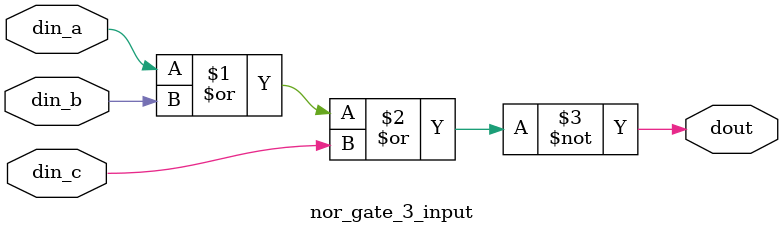
<source format=v>
`timescale 1ns/10ps

module nor_gate_3_input(
    din_a,
    din_b,
    din_c,
    dout
);

input din_a, din_b, din_c;
output dout;

assign dout = ~(din_a | din_b | din_c);

endmodule
</source>
